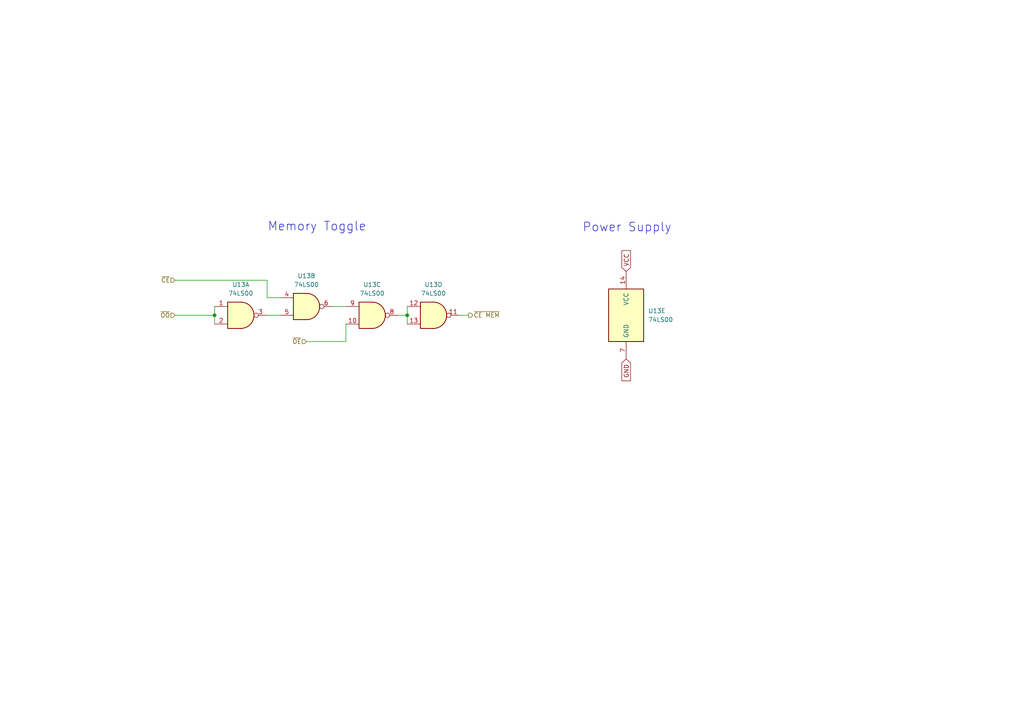
<source format=kicad_sch>
(kicad_sch (version 20250114) (generator "eeschema") (generator_version "9.0")
  (paper "A4")
  (lib_symbols
    (symbol "74xx:74LS00" (pin_names (offset 1.016))
      (property "Reference" "U" (at 0 1.27 0))
      (property "Value" "74LS00" (at 0 -1.27 0))
      (symbol "74LS00_1_1"
        (arc (start 0 3.81) (mid 3.7934 0) (end 0 -3.81) (stroke (width 0.254)) (fill (type background)))
        (polyline (pts (xy 0 3.81) (xy -3.81 3.81) (xy -3.81 -3.81) (xy 0 -3.81)) (stroke (width 0.254)) (fill (type background)))
        (pin input line (at -7.62 2.54 0) (length 3.81) (name "~") (number "1"))
        (pin input line (at -7.62 -2.54 0) (length 3.81) (name "~") (number "2"))
        (pin output inverted (at 7.62 0 180) (length 3.81) (name "~") (number "3"))
      )
      (symbol "74LS00_1_2"
        (arc (start -3.81 3.81) (mid -2.589 0) (end -3.81 -3.81) (stroke (width 0.254)))
        (polyline (pts (xy -3.81 3.81) (xy -0.635 3.81)) (stroke (width 0.254)) (fill (type background)))
        (polyline (pts (xy -3.81 -3.81) (xy -0.635 -3.81)) (stroke (width 0.254)) (fill (type background)))
        (arc (start 3.81 0) (mid 2.1855 -2.584) (end -0.6096 -3.81) (stroke (width 0.254)) (fill (type background)))
        (arc (start -0.6096 3.81) (mid 2.1928 2.5924) (end 3.81 0) (stroke (width 0.254)) (fill (type background)))
        (polyline (pts (xy -0.635 3.81) (xy -3.81 3.81) (xy -3.81 3.81) (xy -3.556 3.4036) (xy -3.0226 2.2606) (xy -2.6924 1.0414) (xy -2.6162 -0.254) (xy -2.7686 -1.4986) (xy -3.175 -2.7178) (xy -3.81 -3.81) (xy -3.81 -3.81) (xy -0.635 -3.81)) (stroke (width -25.4)) (fill (type background)))
        (pin input inverted (at -7.62 2.54 0) (length 4.318) (name "~") (number "1"))
        (pin input inverted (at -7.62 -2.54 0) (length 4.318) (name "~") (number "2"))
        (pin output line (at 7.62 0 180) (length 3.81) (name "~") (number "3"))
      )
      (symbol "74LS00_2_1"
        (arc (start 0 3.81) (mid 3.7934 0) (end 0 -3.81) (stroke (width 0.254)) (fill (type background)))
        (polyline (pts (xy 0 3.81) (xy -3.81 3.81) (xy -3.81 -3.81) (xy 0 -3.81)) (stroke (width 0.254)) (fill (type background)))
        (pin input line (at -7.62 2.54 0) (length 3.81) (name "~") (number "4"))
        (pin input line (at -7.62 -2.54 0) (length 3.81) (name "~") (number "5"))
        (pin output inverted (at 7.62 0 180) (length 3.81) (name "~") (number "6"))
      )
      (symbol "74LS00_2_2"
        (arc (start -3.81 3.81) (mid -2.589 0) (end -3.81 -3.81) (stroke (width 0.254)))
        (polyline (pts (xy -3.81 3.81) (xy -0.635 3.81)) (stroke (width 0.254)) (fill (type background)))
        (polyline (pts (xy -3.81 -3.81) (xy -0.635 -3.81)) (stroke (width 0.254)) (fill (type background)))
        (arc (start 3.81 0) (mid 2.1855 -2.584) (end -0.6096 -3.81) (stroke (width 0.254)) (fill (type background)))
        (arc (start -0.6096 3.81) (mid 2.1928 2.5924) (end 3.81 0) (stroke (width 0.254)) (fill (type background)))
        (polyline (pts (xy -0.635 3.81) (xy -3.81 3.81) (xy -3.81 3.81) (xy -3.556 3.4036) (xy -3.0226 2.2606) (xy -2.6924 1.0414) (xy -2.6162 -0.254) (xy -2.7686 -1.4986) (xy -3.175 -2.7178) (xy -3.81 -3.81) (xy -3.81 -3.81) (xy -0.635 -3.81)) (stroke (width -25.4)) (fill (type background)))
        (pin input inverted (at -7.62 2.54 0) (length 4.318) (name "~") (number "4"))
        (pin input inverted (at -7.62 -2.54 0) (length 4.318) (name "~") (number "5"))
        (pin output line (at 7.62 0 180) (length 3.81) (name "~") (number "6"))
      )
      (symbol "74LS00_3_1"
        (arc (start 0 3.81) (mid 3.7934 0) (end 0 -3.81) (stroke (width 0.254)) (fill (type background)))
        (polyline (pts (xy 0 3.81) (xy -3.81 3.81) (xy -3.81 -3.81) (xy 0 -3.81)) (stroke (width 0.254)) (fill (type background)))
        (pin input line (at -7.62 2.54 0) (length 3.81) (name "~") (number "9"))
        (pin input line (at -7.62 -2.54 0) (length 3.81) (name "~") (number "10"))
        (pin output inverted (at 7.62 0 180) (length 3.81) (name "~") (number "8"))
      )
      (symbol "74LS00_3_2"
        (arc (start -3.81 3.81) (mid -2.589 0) (end -3.81 -3.81) (stroke (width 0.254)))
        (polyline (pts (xy -3.81 3.81) (xy -0.635 3.81)) (stroke (width 0.254)) (fill (type background)))
        (polyline (pts (xy -3.81 -3.81) (xy -0.635 -3.81)) (stroke (width 0.254)) (fill (type background)))
        (arc (start 3.81 0) (mid 2.1855 -2.584) (end -0.6096 -3.81) (stroke (width 0.254)) (fill (type background)))
        (arc (start -0.6096 3.81) (mid 2.1928 2.5924) (end 3.81 0) (stroke (width 0.254)) (fill (type background)))
        (polyline (pts (xy -0.635 3.81) (xy -3.81 3.81) (xy -3.81 3.81) (xy -3.556 3.4036) (xy -3.0226 2.2606) (xy -2.6924 1.0414) (xy -2.6162 -0.254) (xy -2.7686 -1.4986) (xy -3.175 -2.7178) (xy -3.81 -3.81) (xy -3.81 -3.81) (xy -0.635 -3.81)) (stroke (width -25.4)) (fill (type background)))
        (pin input inverted (at -7.62 2.54 0) (length 4.318) (name "~") (number "9"))
        (pin input inverted (at -7.62 -2.54 0) (length 4.318) (name "~") (number "10"))
        (pin output line (at 7.62 0 180) (length 3.81) (name "~") (number "8"))
      )
      (symbol "74LS00_4_1"
        (arc (start 0 3.81) (mid 3.7934 0) (end 0 -3.81) (stroke (width 0.254)) (fill (type background)))
        (polyline (pts (xy 0 3.81) (xy -3.81 3.81) (xy -3.81 -3.81) (xy 0 -3.81)) (stroke (width 0.254)) (fill (type background)))
        (pin input line (at -7.62 2.54 0) (length 3.81) (name "~") (number "12"))
        (pin input line (at -7.62 -2.54 0) (length 3.81) (name "~") (number "13"))
        (pin output inverted (at 7.62 0 180) (length 3.81) (name "~") (number "11"))
      )
      (symbol "74LS00_4_2"
        (arc (start -3.81 3.81) (mid -2.589 0) (end -3.81 -3.81) (stroke (width 0.254)))
        (polyline (pts (xy -3.81 3.81) (xy -0.635 3.81)) (stroke (width 0.254)) (fill (type background)))
        (polyline (pts (xy -3.81 -3.81) (xy -0.635 -3.81)) (stroke (width 0.254)) (fill (type background)))
        (arc (start 3.81 0) (mid 2.1855 -2.584) (end -0.6096 -3.81) (stroke (width 0.254)) (fill (type background)))
        (arc (start -0.6096 3.81) (mid 2.1928 2.5924) (end 3.81 0) (stroke (width 0.254)) (fill (type background)))
        (polyline (pts (xy -0.635 3.81) (xy -3.81 3.81) (xy -3.81 3.81) (xy -3.556 3.4036) (xy -3.0226 2.2606) (xy -2.6924 1.0414) (xy -2.6162 -0.254) (xy -2.7686 -1.4986) (xy -3.175 -2.7178) (xy -3.81 -3.81) (xy -3.81 -3.81) (xy -0.635 -3.81)) (stroke (width -25.4)) (fill (type background)))
        (pin input inverted (at -7.62 2.54 0) (length 4.318) (name "~") (number "12"))
        (pin input inverted (at -7.62 -2.54 0) (length 4.318) (name "~") (number "13"))
        (pin output line (at 7.62 0 180) (length 3.81) (name "~") (number "11"))
      )
      (symbol "74LS00_5_0"
        (pin power_in line (at 0 12.7 270) (length 5.08) (name "VCC") (number "14"))
        (pin power_in line (at 0 -12.7 90) (length 5.08) (name "GND") (number "7"))
      )
      (symbol "74LS00_5_1"
        (rectangle (start -5.08 7.62) (end 5.08 -7.62) (stroke (width 0.254)) (fill (type background)))
      )
    )
  )
  (text "Memory Toggle" (at 91.948 65.786 0) (effects (font (size 2.54 2.54))))
  (text "Power Supply" (at 181.864 66.04 0) (effects (font (size 2.54 2.54))))
  (junction (at 118.11 91.44))
  (junction (at 62.23 91.44))
  (wire (pts (xy 115.57 91.44) (xy 118.11 91.44)))
  (wire (pts (xy 62.23 91.44) (xy 62.23 93.98)))
  (wire (pts (xy 77.47 86.36) (xy 81.28 86.36)))
  (wire (pts (xy 100.33 99.06) (xy 100.33 93.98)))
  (wire (pts (xy 118.11 91.44) (xy 118.11 93.98)))
  (wire (pts (xy 96.52 88.9) (xy 100.33 88.9)))
  (wire (pts (xy 50.8 81.28) (xy 77.47 81.28)))
  (wire (pts (xy 77.47 81.28) (xy 77.47 86.36)))
  (wire (pts (xy 118.11 88.9) (xy 118.11 91.44)))
  (wire (pts (xy 88.9 99.06) (xy 100.33 99.06)))
  (wire (pts (xy 62.23 91.44) (xy 62.23 88.9)))
  (wire (pts (xy 50.8 91.44) (xy 62.23 91.44)))
  (wire (pts (xy 77.47 91.44) (xy 81.28 91.44)))
  (wire (pts (xy 133.35 91.44) (xy 135.89 91.44)))
  (global_label "GND" (shape input) (at 181.61 104.14 270) (property "Intersheetrefs" "${INTERSHEET_REFS}" (effects (hide yes))))
  (global_label "VCC" (shape input) (at 181.61 78.74 90) (property "Intersheetrefs" "${INTERSHEET_REFS}" (effects (hide yes))))
  (hierarchical_label "~{OO}" (shape input) (at 50.8 91.44 180))
  (hierarchical_label "~{CE}" (shape input) (at 50.8 81.28 180))
  (hierarchical_label "~{OE}" (shape input) (at 88.9 99.06 180))
  (hierarchical_label "~{CE MEM}" (shape output) (at 135.89 91.44 0))
  (symbol (lib_id "74xx:74LS00") (at 69.85 91.44 0) (unit 1)
    (property "Reference" "U5" (at 69.8417 82.55 0))
    (property "Value" "74LS00" (at 69.8417 85.09 0))
    (property "Footprint" "Package_DIP:DIP-14_W7.62mm" (effects (hide yes)))
    (property "Datasheet" "http://www.ti.com/lit/gpn/sn74ls00" (effects (hide yes)))
    (property "Description" "quad 2-input NAND gate" (effects (hide yes)))
    (instances (project "ALU Controls" (path "" (reference "U13") (unit 1)) (path "" (reference "U5") (unit 1)) (path "" (reference "U7") (unit 1)) (path "" (reference "U8") (unit 1))))
  )
  (symbol (lib_id "74xx:74LS00") (at 88.9 88.9 0) (unit 2)
    (property "Reference" "U5" (at 88.8917 80.01 0))
    (property "Value" "74LS00" (at 88.8917 82.55 0))
    (property "Footprint" "Package_DIP:DIP-14_W7.62mm" (effects (hide yes)))
    (property "Datasheet" "http://www.ti.com/lit/gpn/sn74ls00" (effects (hide yes)))
    (property "Description" "quad 2-input NAND gate" (effects (hide yes)))
    (instances (project "ALU Controls" (path "" (reference "U13") (unit 2)) (path "" (reference "U5") (unit 2)) (path "" (reference "U7") (unit 2)) (path "" (reference "U8") (unit 2))))
  )
  (symbol (lib_id "74xx:74LS00") (at 107.95 91.44 0) (unit 3)
    (property "Reference" "U5" (at 107.9417 82.55 0))
    (property "Value" "74LS00" (at 107.9417 85.09 0))
    (property "Footprint" "Package_DIP:DIP-14_W7.62mm" (effects (hide yes)))
    (property "Datasheet" "http://www.ti.com/lit/gpn/sn74ls00" (effects (hide yes)))
    (property "Description" "quad 2-input NAND gate" (effects (hide yes)))
    (instances (project "ALU Controls" (path "" (reference "U13") (unit 3)) (path "" (reference "U5") (unit 3)) (path "" (reference "U7") (unit 3)) (path "" (reference "U8") (unit 3))))
  )
  (symbol (lib_id "74xx:74LS00") (at 125.73 91.44 0) (unit 4)
    (property "Reference" "U5" (at 125.7217 82.55 0))
    (property "Value" "74LS00" (at 125.7217 85.09 0))
    (property "Footprint" "Package_DIP:DIP-14_W7.62mm" (effects (hide yes)))
    (property "Datasheet" "http://www.ti.com/lit/gpn/sn74ls00" (effects (hide yes)))
    (property "Description" "quad 2-input NAND gate" (effects (hide yes)))
    (instances (project "ALU Controls" (path "" (reference "U13") (unit 4)) (path "" (reference "U5") (unit 4)) (path "" (reference "U7") (unit 4)) (path "" (reference "U8") (unit 4))))
  )
  (symbol (lib_id "74xx:74LS00") (at 181.61 91.44 0) (unit 5)
    (property "Reference" "U5" (at 187.96 90.1699 0) (effects (justify left)))
    (property "Value" "74LS00" (at 187.96 92.7099 0) (effects (justify left)))
    (property "Footprint" "Package_DIP:DIP-14_W7.62mm" (effects (hide yes)))
    (property "Datasheet" "http://www.ti.com/lit/gpn/sn74ls00" (effects (hide yes)))
    (property "Description" "quad 2-input NAND gate" (effects (hide yes)))
    (instances (project "ALU Controls" (path "" (reference "U13") (unit 5)) (path "" (reference "U5") (unit 5)) (path "" (reference "U7") (unit 5)) (path "" (reference "U8") (unit 5))))
  )
)
</source>
